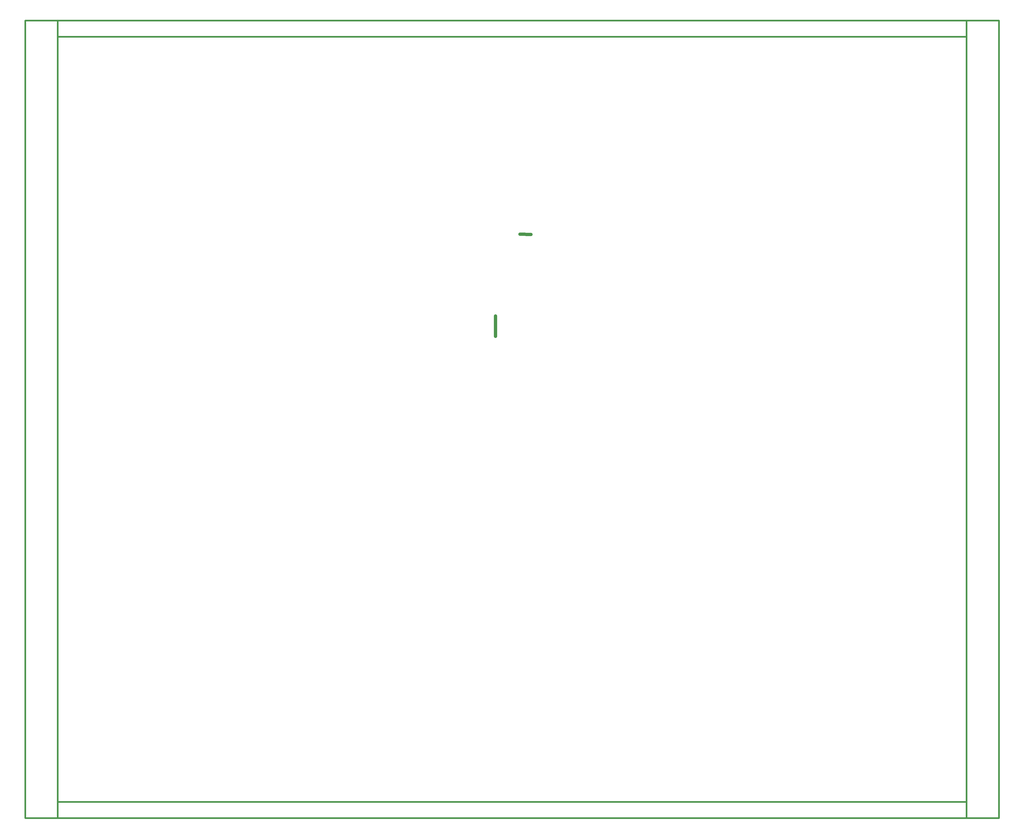
<source format=gko>
G04*
G04 #@! TF.GenerationSoftware,Altium Limited,Altium Designer,25.3.3 (18)*
G04*
G04 Layer_Color=16711935*
%FSLAX44Y44*%
%MOMM*%
G71*
G04*
G04 #@! TF.SameCoordinates,95261EA5-16E4-4C31-8C51-D7BA18121D47*
G04*
G04*
G04 #@! TF.FilePolarity,Positive*
G04*
G01*
G75*
%ADD11C,0.5000*%
%ADD129C,1.0000*%
D11*
X2799900Y2359501D02*
Y2409301D01*
X-100Y2359501D02*
Y2409301D01*
X100Y-49700D02*
Y100D01*
X2800000Y-49800D02*
Y0D01*
X2799900Y-100D02*
X2800000Y0D01*
X2900000Y-50000D02*
Y2409601D01*
X-100000D02*
X2900000D01*
X-100000Y-50000D02*
X2900000D01*
X-100000D02*
Y2409601D01*
X0Y0D02*
X2800000D01*
Y2359601D01*
X0D02*
X2800000D01*
X0Y0D02*
Y2359601D01*
D129*
X1348800Y1436400D02*
X1348900Y1499200D01*
X1424200Y1750800D02*
X1458100Y1750600D01*
M02*

</source>
